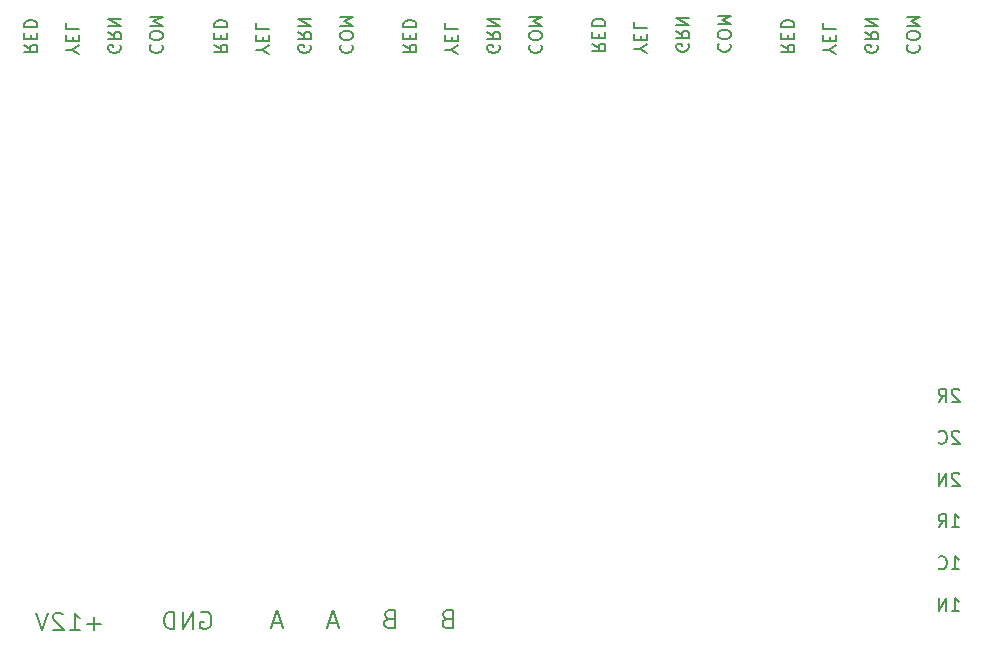
<source format=gbr>
%TF.GenerationSoftware,KiCad,Pcbnew,9.0.0*%
%TF.CreationDate,2025-03-26T17:15:45-07:00*%
%TF.ProjectId,SMRRC_SwitchAndSignal,534d5252-435f-4537-9769-746368416e64,n/c*%
%TF.SameCoordinates,Original*%
%TF.FileFunction,Legend,Bot*%
%TF.FilePolarity,Positive*%
%FSLAX46Y46*%
G04 Gerber Fmt 4.6, Leading zero omitted, Abs format (unit mm)*
G04 Created by KiCad (PCBNEW 9.0.0) date 2025-03-26 17:15:45*
%MOMM*%
%LPD*%
G01*
G04 APERTURE LIST*
%ADD10C,0.137500*%
%ADD11C,0.187500*%
G04 APERTURE END LIST*
D10*
X149672158Y-83919063D02*
X149619778Y-83971444D01*
X149619778Y-83971444D02*
X149567397Y-84128587D01*
X149567397Y-84128587D02*
X149567397Y-84233349D01*
X149567397Y-84233349D02*
X149619778Y-84390492D01*
X149619778Y-84390492D02*
X149724539Y-84495254D01*
X149724539Y-84495254D02*
X149829301Y-84547635D01*
X149829301Y-84547635D02*
X150038825Y-84600016D01*
X150038825Y-84600016D02*
X150195968Y-84600016D01*
X150195968Y-84600016D02*
X150405492Y-84547635D01*
X150405492Y-84547635D02*
X150510254Y-84495254D01*
X150510254Y-84495254D02*
X150615016Y-84390492D01*
X150615016Y-84390492D02*
X150667397Y-84233349D01*
X150667397Y-84233349D02*
X150667397Y-84128587D01*
X150667397Y-84128587D02*
X150615016Y-83971444D01*
X150615016Y-83971444D02*
X150562635Y-83919063D01*
X150667397Y-83238111D02*
X150667397Y-83028587D01*
X150667397Y-83028587D02*
X150615016Y-82923825D01*
X150615016Y-82923825D02*
X150510254Y-82819063D01*
X150510254Y-82819063D02*
X150300730Y-82766682D01*
X150300730Y-82766682D02*
X149934063Y-82766682D01*
X149934063Y-82766682D02*
X149724539Y-82819063D01*
X149724539Y-82819063D02*
X149619778Y-82923825D01*
X149619778Y-82923825D02*
X149567397Y-83028587D01*
X149567397Y-83028587D02*
X149567397Y-83238111D01*
X149567397Y-83238111D02*
X149619778Y-83342873D01*
X149619778Y-83342873D02*
X149724539Y-83447635D01*
X149724539Y-83447635D02*
X149934063Y-83500016D01*
X149934063Y-83500016D02*
X150300730Y-83500016D01*
X150300730Y-83500016D02*
X150510254Y-83447635D01*
X150510254Y-83447635D02*
X150615016Y-83342873D01*
X150615016Y-83342873D02*
X150667397Y-83238111D01*
X149567397Y-82295254D02*
X150667397Y-82295254D01*
X150667397Y-82295254D02*
X149881682Y-81928587D01*
X149881682Y-81928587D02*
X150667397Y-81561920D01*
X150667397Y-81561920D02*
X149567397Y-81561920D01*
X147073140Y-83971444D02*
X147125521Y-84076206D01*
X147125521Y-84076206D02*
X147125521Y-84233349D01*
X147125521Y-84233349D02*
X147073140Y-84390492D01*
X147073140Y-84390492D02*
X146968378Y-84495254D01*
X146968378Y-84495254D02*
X146863616Y-84547635D01*
X146863616Y-84547635D02*
X146654092Y-84600016D01*
X146654092Y-84600016D02*
X146496949Y-84600016D01*
X146496949Y-84600016D02*
X146287425Y-84547635D01*
X146287425Y-84547635D02*
X146182663Y-84495254D01*
X146182663Y-84495254D02*
X146077902Y-84390492D01*
X146077902Y-84390492D02*
X146025521Y-84233349D01*
X146025521Y-84233349D02*
X146025521Y-84128587D01*
X146025521Y-84128587D02*
X146077902Y-83971444D01*
X146077902Y-83971444D02*
X146130282Y-83919063D01*
X146130282Y-83919063D02*
X146496949Y-83919063D01*
X146496949Y-83919063D02*
X146496949Y-84128587D01*
X146025521Y-82819063D02*
X146549330Y-83185730D01*
X146025521Y-83447635D02*
X147125521Y-83447635D01*
X147125521Y-83447635D02*
X147125521Y-83028587D01*
X147125521Y-83028587D02*
X147073140Y-82923825D01*
X147073140Y-82923825D02*
X147020759Y-82871444D01*
X147020759Y-82871444D02*
X146915997Y-82819063D01*
X146915997Y-82819063D02*
X146758854Y-82819063D01*
X146758854Y-82819063D02*
X146654092Y-82871444D01*
X146654092Y-82871444D02*
X146601711Y-82923825D01*
X146601711Y-82923825D02*
X146549330Y-83028587D01*
X146549330Y-83028587D02*
X146549330Y-83447635D01*
X146025521Y-82347635D02*
X147125521Y-82347635D01*
X147125521Y-82347635D02*
X146025521Y-81719063D01*
X146025521Y-81719063D02*
X147125521Y-81719063D01*
X143007454Y-84338111D02*
X142483645Y-84338111D01*
X143583645Y-84704778D02*
X143007454Y-84338111D01*
X143007454Y-84338111D02*
X143583645Y-83971444D01*
X143059835Y-83604778D02*
X143059835Y-83238111D01*
X142483645Y-83080968D02*
X142483645Y-83604778D01*
X142483645Y-83604778D02*
X143583645Y-83604778D01*
X143583645Y-83604778D02*
X143583645Y-83080968D01*
X142483645Y-82085730D02*
X142483645Y-82609540D01*
X142483645Y-82609540D02*
X143583645Y-82609540D01*
X138941769Y-83919063D02*
X139465578Y-84285730D01*
X138941769Y-84547635D02*
X140041769Y-84547635D01*
X140041769Y-84547635D02*
X140041769Y-84128587D01*
X140041769Y-84128587D02*
X139989388Y-84023825D01*
X139989388Y-84023825D02*
X139937007Y-83971444D01*
X139937007Y-83971444D02*
X139832245Y-83919063D01*
X139832245Y-83919063D02*
X139675102Y-83919063D01*
X139675102Y-83919063D02*
X139570340Y-83971444D01*
X139570340Y-83971444D02*
X139517959Y-84023825D01*
X139517959Y-84023825D02*
X139465578Y-84128587D01*
X139465578Y-84128587D02*
X139465578Y-84547635D01*
X139517959Y-83447635D02*
X139517959Y-83080968D01*
X138941769Y-82923825D02*
X138941769Y-83447635D01*
X138941769Y-83447635D02*
X140041769Y-83447635D01*
X140041769Y-83447635D02*
X140041769Y-82923825D01*
X138941769Y-82452397D02*
X140041769Y-82452397D01*
X140041769Y-82452397D02*
X140041769Y-82190492D01*
X140041769Y-82190492D02*
X139989388Y-82033349D01*
X139989388Y-82033349D02*
X139884626Y-81928587D01*
X139884626Y-81928587D02*
X139779864Y-81876206D01*
X139779864Y-81876206D02*
X139570340Y-81823825D01*
X139570340Y-81823825D02*
X139413197Y-81823825D01*
X139413197Y-81823825D02*
X139203673Y-81876206D01*
X139203673Y-81876206D02*
X139098911Y-81928587D01*
X139098911Y-81928587D02*
X138994150Y-82033349D01*
X138994150Y-82033349D02*
X138941769Y-82190492D01*
X138941769Y-82190492D02*
X138941769Y-82452397D01*
X133672158Y-83819063D02*
X133619778Y-83871444D01*
X133619778Y-83871444D02*
X133567397Y-84028587D01*
X133567397Y-84028587D02*
X133567397Y-84133349D01*
X133567397Y-84133349D02*
X133619778Y-84290492D01*
X133619778Y-84290492D02*
X133724539Y-84395254D01*
X133724539Y-84395254D02*
X133829301Y-84447635D01*
X133829301Y-84447635D02*
X134038825Y-84500016D01*
X134038825Y-84500016D02*
X134195968Y-84500016D01*
X134195968Y-84500016D02*
X134405492Y-84447635D01*
X134405492Y-84447635D02*
X134510254Y-84395254D01*
X134510254Y-84395254D02*
X134615016Y-84290492D01*
X134615016Y-84290492D02*
X134667397Y-84133349D01*
X134667397Y-84133349D02*
X134667397Y-84028587D01*
X134667397Y-84028587D02*
X134615016Y-83871444D01*
X134615016Y-83871444D02*
X134562635Y-83819063D01*
X134667397Y-83138111D02*
X134667397Y-82928587D01*
X134667397Y-82928587D02*
X134615016Y-82823825D01*
X134615016Y-82823825D02*
X134510254Y-82719063D01*
X134510254Y-82719063D02*
X134300730Y-82666682D01*
X134300730Y-82666682D02*
X133934063Y-82666682D01*
X133934063Y-82666682D02*
X133724539Y-82719063D01*
X133724539Y-82719063D02*
X133619778Y-82823825D01*
X133619778Y-82823825D02*
X133567397Y-82928587D01*
X133567397Y-82928587D02*
X133567397Y-83138111D01*
X133567397Y-83138111D02*
X133619778Y-83242873D01*
X133619778Y-83242873D02*
X133724539Y-83347635D01*
X133724539Y-83347635D02*
X133934063Y-83400016D01*
X133934063Y-83400016D02*
X134300730Y-83400016D01*
X134300730Y-83400016D02*
X134510254Y-83347635D01*
X134510254Y-83347635D02*
X134615016Y-83242873D01*
X134615016Y-83242873D02*
X134667397Y-83138111D01*
X133567397Y-82195254D02*
X134667397Y-82195254D01*
X134667397Y-82195254D02*
X133881682Y-81828587D01*
X133881682Y-81828587D02*
X134667397Y-81461920D01*
X134667397Y-81461920D02*
X133567397Y-81461920D01*
X131073140Y-83871444D02*
X131125521Y-83976206D01*
X131125521Y-83976206D02*
X131125521Y-84133349D01*
X131125521Y-84133349D02*
X131073140Y-84290492D01*
X131073140Y-84290492D02*
X130968378Y-84395254D01*
X130968378Y-84395254D02*
X130863616Y-84447635D01*
X130863616Y-84447635D02*
X130654092Y-84500016D01*
X130654092Y-84500016D02*
X130496949Y-84500016D01*
X130496949Y-84500016D02*
X130287425Y-84447635D01*
X130287425Y-84447635D02*
X130182663Y-84395254D01*
X130182663Y-84395254D02*
X130077902Y-84290492D01*
X130077902Y-84290492D02*
X130025521Y-84133349D01*
X130025521Y-84133349D02*
X130025521Y-84028587D01*
X130025521Y-84028587D02*
X130077902Y-83871444D01*
X130077902Y-83871444D02*
X130130282Y-83819063D01*
X130130282Y-83819063D02*
X130496949Y-83819063D01*
X130496949Y-83819063D02*
X130496949Y-84028587D01*
X130025521Y-82719063D02*
X130549330Y-83085730D01*
X130025521Y-83347635D02*
X131125521Y-83347635D01*
X131125521Y-83347635D02*
X131125521Y-82928587D01*
X131125521Y-82928587D02*
X131073140Y-82823825D01*
X131073140Y-82823825D02*
X131020759Y-82771444D01*
X131020759Y-82771444D02*
X130915997Y-82719063D01*
X130915997Y-82719063D02*
X130758854Y-82719063D01*
X130758854Y-82719063D02*
X130654092Y-82771444D01*
X130654092Y-82771444D02*
X130601711Y-82823825D01*
X130601711Y-82823825D02*
X130549330Y-82928587D01*
X130549330Y-82928587D02*
X130549330Y-83347635D01*
X130025521Y-82247635D02*
X131125521Y-82247635D01*
X131125521Y-82247635D02*
X130025521Y-81619063D01*
X130025521Y-81619063D02*
X131125521Y-81619063D01*
X127007454Y-84238111D02*
X126483645Y-84238111D01*
X127583645Y-84604778D02*
X127007454Y-84238111D01*
X127007454Y-84238111D02*
X127583645Y-83871444D01*
X127059835Y-83504778D02*
X127059835Y-83138111D01*
X126483645Y-82980968D02*
X126483645Y-83504778D01*
X126483645Y-83504778D02*
X127583645Y-83504778D01*
X127583645Y-83504778D02*
X127583645Y-82980968D01*
X126483645Y-81985730D02*
X126483645Y-82509540D01*
X126483645Y-82509540D02*
X127583645Y-82509540D01*
X122941769Y-83819063D02*
X123465578Y-84185730D01*
X122941769Y-84447635D02*
X124041769Y-84447635D01*
X124041769Y-84447635D02*
X124041769Y-84028587D01*
X124041769Y-84028587D02*
X123989388Y-83923825D01*
X123989388Y-83923825D02*
X123937007Y-83871444D01*
X123937007Y-83871444D02*
X123832245Y-83819063D01*
X123832245Y-83819063D02*
X123675102Y-83819063D01*
X123675102Y-83819063D02*
X123570340Y-83871444D01*
X123570340Y-83871444D02*
X123517959Y-83923825D01*
X123517959Y-83923825D02*
X123465578Y-84028587D01*
X123465578Y-84028587D02*
X123465578Y-84447635D01*
X123517959Y-83347635D02*
X123517959Y-82980968D01*
X122941769Y-82823825D02*
X122941769Y-83347635D01*
X122941769Y-83347635D02*
X124041769Y-83347635D01*
X124041769Y-83347635D02*
X124041769Y-82823825D01*
X122941769Y-82352397D02*
X124041769Y-82352397D01*
X124041769Y-82352397D02*
X124041769Y-82090492D01*
X124041769Y-82090492D02*
X123989388Y-81933349D01*
X123989388Y-81933349D02*
X123884626Y-81828587D01*
X123884626Y-81828587D02*
X123779864Y-81776206D01*
X123779864Y-81776206D02*
X123570340Y-81723825D01*
X123570340Y-81723825D02*
X123413197Y-81723825D01*
X123413197Y-81723825D02*
X123203673Y-81776206D01*
X123203673Y-81776206D02*
X123098911Y-81828587D01*
X123098911Y-81828587D02*
X122994150Y-81933349D01*
X122994150Y-81933349D02*
X122941769Y-82090492D01*
X122941769Y-82090492D02*
X122941769Y-82352397D01*
X117672158Y-83919063D02*
X117619778Y-83971444D01*
X117619778Y-83971444D02*
X117567397Y-84128587D01*
X117567397Y-84128587D02*
X117567397Y-84233349D01*
X117567397Y-84233349D02*
X117619778Y-84390492D01*
X117619778Y-84390492D02*
X117724539Y-84495254D01*
X117724539Y-84495254D02*
X117829301Y-84547635D01*
X117829301Y-84547635D02*
X118038825Y-84600016D01*
X118038825Y-84600016D02*
X118195968Y-84600016D01*
X118195968Y-84600016D02*
X118405492Y-84547635D01*
X118405492Y-84547635D02*
X118510254Y-84495254D01*
X118510254Y-84495254D02*
X118615016Y-84390492D01*
X118615016Y-84390492D02*
X118667397Y-84233349D01*
X118667397Y-84233349D02*
X118667397Y-84128587D01*
X118667397Y-84128587D02*
X118615016Y-83971444D01*
X118615016Y-83971444D02*
X118562635Y-83919063D01*
X118667397Y-83238111D02*
X118667397Y-83028587D01*
X118667397Y-83028587D02*
X118615016Y-82923825D01*
X118615016Y-82923825D02*
X118510254Y-82819063D01*
X118510254Y-82819063D02*
X118300730Y-82766682D01*
X118300730Y-82766682D02*
X117934063Y-82766682D01*
X117934063Y-82766682D02*
X117724539Y-82819063D01*
X117724539Y-82819063D02*
X117619778Y-82923825D01*
X117619778Y-82923825D02*
X117567397Y-83028587D01*
X117567397Y-83028587D02*
X117567397Y-83238111D01*
X117567397Y-83238111D02*
X117619778Y-83342873D01*
X117619778Y-83342873D02*
X117724539Y-83447635D01*
X117724539Y-83447635D02*
X117934063Y-83500016D01*
X117934063Y-83500016D02*
X118300730Y-83500016D01*
X118300730Y-83500016D02*
X118510254Y-83447635D01*
X118510254Y-83447635D02*
X118615016Y-83342873D01*
X118615016Y-83342873D02*
X118667397Y-83238111D01*
X117567397Y-82295254D02*
X118667397Y-82295254D01*
X118667397Y-82295254D02*
X117881682Y-81928587D01*
X117881682Y-81928587D02*
X118667397Y-81561920D01*
X118667397Y-81561920D02*
X117567397Y-81561920D01*
X115073140Y-83971444D02*
X115125521Y-84076206D01*
X115125521Y-84076206D02*
X115125521Y-84233349D01*
X115125521Y-84233349D02*
X115073140Y-84390492D01*
X115073140Y-84390492D02*
X114968378Y-84495254D01*
X114968378Y-84495254D02*
X114863616Y-84547635D01*
X114863616Y-84547635D02*
X114654092Y-84600016D01*
X114654092Y-84600016D02*
X114496949Y-84600016D01*
X114496949Y-84600016D02*
X114287425Y-84547635D01*
X114287425Y-84547635D02*
X114182663Y-84495254D01*
X114182663Y-84495254D02*
X114077902Y-84390492D01*
X114077902Y-84390492D02*
X114025521Y-84233349D01*
X114025521Y-84233349D02*
X114025521Y-84128587D01*
X114025521Y-84128587D02*
X114077902Y-83971444D01*
X114077902Y-83971444D02*
X114130282Y-83919063D01*
X114130282Y-83919063D02*
X114496949Y-83919063D01*
X114496949Y-83919063D02*
X114496949Y-84128587D01*
X114025521Y-82819063D02*
X114549330Y-83185730D01*
X114025521Y-83447635D02*
X115125521Y-83447635D01*
X115125521Y-83447635D02*
X115125521Y-83028587D01*
X115125521Y-83028587D02*
X115073140Y-82923825D01*
X115073140Y-82923825D02*
X115020759Y-82871444D01*
X115020759Y-82871444D02*
X114915997Y-82819063D01*
X114915997Y-82819063D02*
X114758854Y-82819063D01*
X114758854Y-82819063D02*
X114654092Y-82871444D01*
X114654092Y-82871444D02*
X114601711Y-82923825D01*
X114601711Y-82923825D02*
X114549330Y-83028587D01*
X114549330Y-83028587D02*
X114549330Y-83447635D01*
X114025521Y-82347635D02*
X115125521Y-82347635D01*
X115125521Y-82347635D02*
X114025521Y-81719063D01*
X114025521Y-81719063D02*
X115125521Y-81719063D01*
X111007454Y-84338111D02*
X110483645Y-84338111D01*
X111583645Y-84704778D02*
X111007454Y-84338111D01*
X111007454Y-84338111D02*
X111583645Y-83971444D01*
X111059835Y-83604778D02*
X111059835Y-83238111D01*
X110483645Y-83080968D02*
X110483645Y-83604778D01*
X110483645Y-83604778D02*
X111583645Y-83604778D01*
X111583645Y-83604778D02*
X111583645Y-83080968D01*
X110483645Y-82085730D02*
X110483645Y-82609540D01*
X110483645Y-82609540D02*
X111583645Y-82609540D01*
X106941769Y-83919063D02*
X107465578Y-84285730D01*
X106941769Y-84547635D02*
X108041769Y-84547635D01*
X108041769Y-84547635D02*
X108041769Y-84128587D01*
X108041769Y-84128587D02*
X107989388Y-84023825D01*
X107989388Y-84023825D02*
X107937007Y-83971444D01*
X107937007Y-83971444D02*
X107832245Y-83919063D01*
X107832245Y-83919063D02*
X107675102Y-83919063D01*
X107675102Y-83919063D02*
X107570340Y-83971444D01*
X107570340Y-83971444D02*
X107517959Y-84023825D01*
X107517959Y-84023825D02*
X107465578Y-84128587D01*
X107465578Y-84128587D02*
X107465578Y-84547635D01*
X107517959Y-83447635D02*
X107517959Y-83080968D01*
X106941769Y-82923825D02*
X106941769Y-83447635D01*
X106941769Y-83447635D02*
X108041769Y-83447635D01*
X108041769Y-83447635D02*
X108041769Y-82923825D01*
X106941769Y-82452397D02*
X108041769Y-82452397D01*
X108041769Y-82452397D02*
X108041769Y-82190492D01*
X108041769Y-82190492D02*
X107989388Y-82033349D01*
X107989388Y-82033349D02*
X107884626Y-81928587D01*
X107884626Y-81928587D02*
X107779864Y-81876206D01*
X107779864Y-81876206D02*
X107570340Y-81823825D01*
X107570340Y-81823825D02*
X107413197Y-81823825D01*
X107413197Y-81823825D02*
X107203673Y-81876206D01*
X107203673Y-81876206D02*
X107098911Y-81928587D01*
X107098911Y-81928587D02*
X106994150Y-82033349D01*
X106994150Y-82033349D02*
X106941769Y-82190492D01*
X106941769Y-82190492D02*
X106941769Y-82452397D01*
X101672158Y-83919063D02*
X101619778Y-83971444D01*
X101619778Y-83971444D02*
X101567397Y-84128587D01*
X101567397Y-84128587D02*
X101567397Y-84233349D01*
X101567397Y-84233349D02*
X101619778Y-84390492D01*
X101619778Y-84390492D02*
X101724539Y-84495254D01*
X101724539Y-84495254D02*
X101829301Y-84547635D01*
X101829301Y-84547635D02*
X102038825Y-84600016D01*
X102038825Y-84600016D02*
X102195968Y-84600016D01*
X102195968Y-84600016D02*
X102405492Y-84547635D01*
X102405492Y-84547635D02*
X102510254Y-84495254D01*
X102510254Y-84495254D02*
X102615016Y-84390492D01*
X102615016Y-84390492D02*
X102667397Y-84233349D01*
X102667397Y-84233349D02*
X102667397Y-84128587D01*
X102667397Y-84128587D02*
X102615016Y-83971444D01*
X102615016Y-83971444D02*
X102562635Y-83919063D01*
X102667397Y-83238111D02*
X102667397Y-83028587D01*
X102667397Y-83028587D02*
X102615016Y-82923825D01*
X102615016Y-82923825D02*
X102510254Y-82819063D01*
X102510254Y-82819063D02*
X102300730Y-82766682D01*
X102300730Y-82766682D02*
X101934063Y-82766682D01*
X101934063Y-82766682D02*
X101724539Y-82819063D01*
X101724539Y-82819063D02*
X101619778Y-82923825D01*
X101619778Y-82923825D02*
X101567397Y-83028587D01*
X101567397Y-83028587D02*
X101567397Y-83238111D01*
X101567397Y-83238111D02*
X101619778Y-83342873D01*
X101619778Y-83342873D02*
X101724539Y-83447635D01*
X101724539Y-83447635D02*
X101934063Y-83500016D01*
X101934063Y-83500016D02*
X102300730Y-83500016D01*
X102300730Y-83500016D02*
X102510254Y-83447635D01*
X102510254Y-83447635D02*
X102615016Y-83342873D01*
X102615016Y-83342873D02*
X102667397Y-83238111D01*
X101567397Y-82295254D02*
X102667397Y-82295254D01*
X102667397Y-82295254D02*
X101881682Y-81928587D01*
X101881682Y-81928587D02*
X102667397Y-81561920D01*
X102667397Y-81561920D02*
X101567397Y-81561920D01*
X99073140Y-83971444D02*
X99125521Y-84076206D01*
X99125521Y-84076206D02*
X99125521Y-84233349D01*
X99125521Y-84233349D02*
X99073140Y-84390492D01*
X99073140Y-84390492D02*
X98968378Y-84495254D01*
X98968378Y-84495254D02*
X98863616Y-84547635D01*
X98863616Y-84547635D02*
X98654092Y-84600016D01*
X98654092Y-84600016D02*
X98496949Y-84600016D01*
X98496949Y-84600016D02*
X98287425Y-84547635D01*
X98287425Y-84547635D02*
X98182663Y-84495254D01*
X98182663Y-84495254D02*
X98077902Y-84390492D01*
X98077902Y-84390492D02*
X98025521Y-84233349D01*
X98025521Y-84233349D02*
X98025521Y-84128587D01*
X98025521Y-84128587D02*
X98077902Y-83971444D01*
X98077902Y-83971444D02*
X98130282Y-83919063D01*
X98130282Y-83919063D02*
X98496949Y-83919063D01*
X98496949Y-83919063D02*
X98496949Y-84128587D01*
X98025521Y-82819063D02*
X98549330Y-83185730D01*
X98025521Y-83447635D02*
X99125521Y-83447635D01*
X99125521Y-83447635D02*
X99125521Y-83028587D01*
X99125521Y-83028587D02*
X99073140Y-82923825D01*
X99073140Y-82923825D02*
X99020759Y-82871444D01*
X99020759Y-82871444D02*
X98915997Y-82819063D01*
X98915997Y-82819063D02*
X98758854Y-82819063D01*
X98758854Y-82819063D02*
X98654092Y-82871444D01*
X98654092Y-82871444D02*
X98601711Y-82923825D01*
X98601711Y-82923825D02*
X98549330Y-83028587D01*
X98549330Y-83028587D02*
X98549330Y-83447635D01*
X98025521Y-82347635D02*
X99125521Y-82347635D01*
X99125521Y-82347635D02*
X98025521Y-81719063D01*
X98025521Y-81719063D02*
X99125521Y-81719063D01*
X95007454Y-84338111D02*
X94483645Y-84338111D01*
X95583645Y-84704778D02*
X95007454Y-84338111D01*
X95007454Y-84338111D02*
X95583645Y-83971444D01*
X95059835Y-83604778D02*
X95059835Y-83238111D01*
X94483645Y-83080968D02*
X94483645Y-83604778D01*
X94483645Y-83604778D02*
X95583645Y-83604778D01*
X95583645Y-83604778D02*
X95583645Y-83080968D01*
X94483645Y-82085730D02*
X94483645Y-82609540D01*
X94483645Y-82609540D02*
X95583645Y-82609540D01*
X90941769Y-83919063D02*
X91465578Y-84285730D01*
X90941769Y-84547635D02*
X92041769Y-84547635D01*
X92041769Y-84547635D02*
X92041769Y-84128587D01*
X92041769Y-84128587D02*
X91989388Y-84023825D01*
X91989388Y-84023825D02*
X91937007Y-83971444D01*
X91937007Y-83971444D02*
X91832245Y-83919063D01*
X91832245Y-83919063D02*
X91675102Y-83919063D01*
X91675102Y-83919063D02*
X91570340Y-83971444D01*
X91570340Y-83971444D02*
X91517959Y-84023825D01*
X91517959Y-84023825D02*
X91465578Y-84128587D01*
X91465578Y-84128587D02*
X91465578Y-84547635D01*
X91517959Y-83447635D02*
X91517959Y-83080968D01*
X90941769Y-82923825D02*
X90941769Y-83447635D01*
X90941769Y-83447635D02*
X92041769Y-83447635D01*
X92041769Y-83447635D02*
X92041769Y-82923825D01*
X90941769Y-82452397D02*
X92041769Y-82452397D01*
X92041769Y-82452397D02*
X92041769Y-82190492D01*
X92041769Y-82190492D02*
X91989388Y-82033349D01*
X91989388Y-82033349D02*
X91884626Y-81928587D01*
X91884626Y-81928587D02*
X91779864Y-81876206D01*
X91779864Y-81876206D02*
X91570340Y-81823825D01*
X91570340Y-81823825D02*
X91413197Y-81823825D01*
X91413197Y-81823825D02*
X91203673Y-81876206D01*
X91203673Y-81876206D02*
X91098911Y-81928587D01*
X91098911Y-81928587D02*
X90994150Y-82033349D01*
X90994150Y-82033349D02*
X90941769Y-82190492D01*
X90941769Y-82190492D02*
X90941769Y-82452397D01*
X85572158Y-83919063D02*
X85519778Y-83971444D01*
X85519778Y-83971444D02*
X85467397Y-84128587D01*
X85467397Y-84128587D02*
X85467397Y-84233349D01*
X85467397Y-84233349D02*
X85519778Y-84390492D01*
X85519778Y-84390492D02*
X85624539Y-84495254D01*
X85624539Y-84495254D02*
X85729301Y-84547635D01*
X85729301Y-84547635D02*
X85938825Y-84600016D01*
X85938825Y-84600016D02*
X86095968Y-84600016D01*
X86095968Y-84600016D02*
X86305492Y-84547635D01*
X86305492Y-84547635D02*
X86410254Y-84495254D01*
X86410254Y-84495254D02*
X86515016Y-84390492D01*
X86515016Y-84390492D02*
X86567397Y-84233349D01*
X86567397Y-84233349D02*
X86567397Y-84128587D01*
X86567397Y-84128587D02*
X86515016Y-83971444D01*
X86515016Y-83971444D02*
X86462635Y-83919063D01*
X86567397Y-83238111D02*
X86567397Y-83028587D01*
X86567397Y-83028587D02*
X86515016Y-82923825D01*
X86515016Y-82923825D02*
X86410254Y-82819063D01*
X86410254Y-82819063D02*
X86200730Y-82766682D01*
X86200730Y-82766682D02*
X85834063Y-82766682D01*
X85834063Y-82766682D02*
X85624539Y-82819063D01*
X85624539Y-82819063D02*
X85519778Y-82923825D01*
X85519778Y-82923825D02*
X85467397Y-83028587D01*
X85467397Y-83028587D02*
X85467397Y-83238111D01*
X85467397Y-83238111D02*
X85519778Y-83342873D01*
X85519778Y-83342873D02*
X85624539Y-83447635D01*
X85624539Y-83447635D02*
X85834063Y-83500016D01*
X85834063Y-83500016D02*
X86200730Y-83500016D01*
X86200730Y-83500016D02*
X86410254Y-83447635D01*
X86410254Y-83447635D02*
X86515016Y-83342873D01*
X86515016Y-83342873D02*
X86567397Y-83238111D01*
X85467397Y-82295254D02*
X86567397Y-82295254D01*
X86567397Y-82295254D02*
X85781682Y-81928587D01*
X85781682Y-81928587D02*
X86567397Y-81561920D01*
X86567397Y-81561920D02*
X85467397Y-81561920D01*
X82973140Y-83971444D02*
X83025521Y-84076206D01*
X83025521Y-84076206D02*
X83025521Y-84233349D01*
X83025521Y-84233349D02*
X82973140Y-84390492D01*
X82973140Y-84390492D02*
X82868378Y-84495254D01*
X82868378Y-84495254D02*
X82763616Y-84547635D01*
X82763616Y-84547635D02*
X82554092Y-84600016D01*
X82554092Y-84600016D02*
X82396949Y-84600016D01*
X82396949Y-84600016D02*
X82187425Y-84547635D01*
X82187425Y-84547635D02*
X82082663Y-84495254D01*
X82082663Y-84495254D02*
X81977902Y-84390492D01*
X81977902Y-84390492D02*
X81925521Y-84233349D01*
X81925521Y-84233349D02*
X81925521Y-84128587D01*
X81925521Y-84128587D02*
X81977902Y-83971444D01*
X81977902Y-83971444D02*
X82030282Y-83919063D01*
X82030282Y-83919063D02*
X82396949Y-83919063D01*
X82396949Y-83919063D02*
X82396949Y-84128587D01*
X81925521Y-82819063D02*
X82449330Y-83185730D01*
X81925521Y-83447635D02*
X83025521Y-83447635D01*
X83025521Y-83447635D02*
X83025521Y-83028587D01*
X83025521Y-83028587D02*
X82973140Y-82923825D01*
X82973140Y-82923825D02*
X82920759Y-82871444D01*
X82920759Y-82871444D02*
X82815997Y-82819063D01*
X82815997Y-82819063D02*
X82658854Y-82819063D01*
X82658854Y-82819063D02*
X82554092Y-82871444D01*
X82554092Y-82871444D02*
X82501711Y-82923825D01*
X82501711Y-82923825D02*
X82449330Y-83028587D01*
X82449330Y-83028587D02*
X82449330Y-83447635D01*
X81925521Y-82347635D02*
X83025521Y-82347635D01*
X83025521Y-82347635D02*
X81925521Y-81719063D01*
X81925521Y-81719063D02*
X83025521Y-81719063D01*
X78907454Y-84338111D02*
X78383645Y-84338111D01*
X79483645Y-84704778D02*
X78907454Y-84338111D01*
X78907454Y-84338111D02*
X79483645Y-83971444D01*
X78959835Y-83604778D02*
X78959835Y-83238111D01*
X78383645Y-83080968D02*
X78383645Y-83604778D01*
X78383645Y-83604778D02*
X79483645Y-83604778D01*
X79483645Y-83604778D02*
X79483645Y-83080968D01*
X78383645Y-82085730D02*
X78383645Y-82609540D01*
X78383645Y-82609540D02*
X79483645Y-82609540D01*
X74841769Y-83919063D02*
X75365578Y-84285730D01*
X74841769Y-84547635D02*
X75941769Y-84547635D01*
X75941769Y-84547635D02*
X75941769Y-84128587D01*
X75941769Y-84128587D02*
X75889388Y-84023825D01*
X75889388Y-84023825D02*
X75837007Y-83971444D01*
X75837007Y-83971444D02*
X75732245Y-83919063D01*
X75732245Y-83919063D02*
X75575102Y-83919063D01*
X75575102Y-83919063D02*
X75470340Y-83971444D01*
X75470340Y-83971444D02*
X75417959Y-84023825D01*
X75417959Y-84023825D02*
X75365578Y-84128587D01*
X75365578Y-84128587D02*
X75365578Y-84547635D01*
X75417959Y-83447635D02*
X75417959Y-83080968D01*
X74841769Y-82923825D02*
X74841769Y-83447635D01*
X74841769Y-83447635D02*
X75941769Y-83447635D01*
X75941769Y-83447635D02*
X75941769Y-82923825D01*
X74841769Y-82452397D02*
X75941769Y-82452397D01*
X75941769Y-82452397D02*
X75941769Y-82190492D01*
X75941769Y-82190492D02*
X75889388Y-82033349D01*
X75889388Y-82033349D02*
X75784626Y-81928587D01*
X75784626Y-81928587D02*
X75679864Y-81876206D01*
X75679864Y-81876206D02*
X75470340Y-81823825D01*
X75470340Y-81823825D02*
X75313197Y-81823825D01*
X75313197Y-81823825D02*
X75103673Y-81876206D01*
X75103673Y-81876206D02*
X74998911Y-81928587D01*
X74998911Y-81928587D02*
X74894150Y-82033349D01*
X74894150Y-82033349D02*
X74841769Y-82190492D01*
X74841769Y-82190492D02*
X74841769Y-82452397D01*
X154000016Y-113153612D02*
X153947635Y-113101231D01*
X153947635Y-113101231D02*
X153842873Y-113048850D01*
X153842873Y-113048850D02*
X153580968Y-113048850D01*
X153580968Y-113048850D02*
X153476206Y-113101231D01*
X153476206Y-113101231D02*
X153423825Y-113153612D01*
X153423825Y-113153612D02*
X153371444Y-113258374D01*
X153371444Y-113258374D02*
X153371444Y-113363136D01*
X153371444Y-113363136D02*
X153423825Y-113520279D01*
X153423825Y-113520279D02*
X154052397Y-114148850D01*
X154052397Y-114148850D02*
X153371444Y-114148850D01*
X152271444Y-114148850D02*
X152638111Y-113625041D01*
X152900016Y-114148850D02*
X152900016Y-113048850D01*
X152900016Y-113048850D02*
X152480968Y-113048850D01*
X152480968Y-113048850D02*
X152376206Y-113101231D01*
X152376206Y-113101231D02*
X152323825Y-113153612D01*
X152323825Y-113153612D02*
X152271444Y-113258374D01*
X152271444Y-113258374D02*
X152271444Y-113415517D01*
X152271444Y-113415517D02*
X152323825Y-113520279D01*
X152323825Y-113520279D02*
X152376206Y-113572660D01*
X152376206Y-113572660D02*
X152480968Y-113625041D01*
X152480968Y-113625041D02*
X152900016Y-113625041D01*
X154000016Y-116695488D02*
X153947635Y-116643107D01*
X153947635Y-116643107D02*
X153842873Y-116590726D01*
X153842873Y-116590726D02*
X153580968Y-116590726D01*
X153580968Y-116590726D02*
X153476206Y-116643107D01*
X153476206Y-116643107D02*
X153423825Y-116695488D01*
X153423825Y-116695488D02*
X153371444Y-116800250D01*
X153371444Y-116800250D02*
X153371444Y-116905012D01*
X153371444Y-116905012D02*
X153423825Y-117062155D01*
X153423825Y-117062155D02*
X154052397Y-117690726D01*
X154052397Y-117690726D02*
X153371444Y-117690726D01*
X152271444Y-117585965D02*
X152323825Y-117638346D01*
X152323825Y-117638346D02*
X152480968Y-117690726D01*
X152480968Y-117690726D02*
X152585730Y-117690726D01*
X152585730Y-117690726D02*
X152742873Y-117638346D01*
X152742873Y-117638346D02*
X152847635Y-117533584D01*
X152847635Y-117533584D02*
X152900016Y-117428822D01*
X152900016Y-117428822D02*
X152952397Y-117219298D01*
X152952397Y-117219298D02*
X152952397Y-117062155D01*
X152952397Y-117062155D02*
X152900016Y-116852631D01*
X152900016Y-116852631D02*
X152847635Y-116747869D01*
X152847635Y-116747869D02*
X152742873Y-116643107D01*
X152742873Y-116643107D02*
X152585730Y-116590726D01*
X152585730Y-116590726D02*
X152480968Y-116590726D01*
X152480968Y-116590726D02*
X152323825Y-116643107D01*
X152323825Y-116643107D02*
X152271444Y-116695488D01*
X154000016Y-120237364D02*
X153947635Y-120184983D01*
X153947635Y-120184983D02*
X153842873Y-120132602D01*
X153842873Y-120132602D02*
X153580968Y-120132602D01*
X153580968Y-120132602D02*
X153476206Y-120184983D01*
X153476206Y-120184983D02*
X153423825Y-120237364D01*
X153423825Y-120237364D02*
X153371444Y-120342126D01*
X153371444Y-120342126D02*
X153371444Y-120446888D01*
X153371444Y-120446888D02*
X153423825Y-120604031D01*
X153423825Y-120604031D02*
X154052397Y-121232602D01*
X154052397Y-121232602D02*
X153371444Y-121232602D01*
X152900016Y-121232602D02*
X152900016Y-120132602D01*
X152900016Y-120132602D02*
X152271444Y-121232602D01*
X152271444Y-121232602D02*
X152271444Y-120132602D01*
X153371444Y-124774478D02*
X154000016Y-124774478D01*
X153685730Y-124774478D02*
X153685730Y-123674478D01*
X153685730Y-123674478D02*
X153790492Y-123831621D01*
X153790492Y-123831621D02*
X153895254Y-123936383D01*
X153895254Y-123936383D02*
X154000016Y-123988764D01*
X152271444Y-124774478D02*
X152638111Y-124250669D01*
X152900016Y-124774478D02*
X152900016Y-123674478D01*
X152900016Y-123674478D02*
X152480968Y-123674478D01*
X152480968Y-123674478D02*
X152376206Y-123726859D01*
X152376206Y-123726859D02*
X152323825Y-123779240D01*
X152323825Y-123779240D02*
X152271444Y-123884002D01*
X152271444Y-123884002D02*
X152271444Y-124041145D01*
X152271444Y-124041145D02*
X152323825Y-124145907D01*
X152323825Y-124145907D02*
X152376206Y-124198288D01*
X152376206Y-124198288D02*
X152480968Y-124250669D01*
X152480968Y-124250669D02*
X152900016Y-124250669D01*
X153371444Y-128316354D02*
X154000016Y-128316354D01*
X153685730Y-128316354D02*
X153685730Y-127216354D01*
X153685730Y-127216354D02*
X153790492Y-127373497D01*
X153790492Y-127373497D02*
X153895254Y-127478259D01*
X153895254Y-127478259D02*
X154000016Y-127530640D01*
X152271444Y-128211593D02*
X152323825Y-128263974D01*
X152323825Y-128263974D02*
X152480968Y-128316354D01*
X152480968Y-128316354D02*
X152585730Y-128316354D01*
X152585730Y-128316354D02*
X152742873Y-128263974D01*
X152742873Y-128263974D02*
X152847635Y-128159212D01*
X152847635Y-128159212D02*
X152900016Y-128054450D01*
X152900016Y-128054450D02*
X152952397Y-127844926D01*
X152952397Y-127844926D02*
X152952397Y-127687783D01*
X152952397Y-127687783D02*
X152900016Y-127478259D01*
X152900016Y-127478259D02*
X152847635Y-127373497D01*
X152847635Y-127373497D02*
X152742873Y-127268735D01*
X152742873Y-127268735D02*
X152585730Y-127216354D01*
X152585730Y-127216354D02*
X152480968Y-127216354D01*
X152480968Y-127216354D02*
X152323825Y-127268735D01*
X152323825Y-127268735D02*
X152271444Y-127321116D01*
X153371444Y-131858230D02*
X154000016Y-131858230D01*
X153685730Y-131858230D02*
X153685730Y-130758230D01*
X153685730Y-130758230D02*
X153790492Y-130915373D01*
X153790492Y-130915373D02*
X153895254Y-131020135D01*
X153895254Y-131020135D02*
X154000016Y-131072516D01*
X152900016Y-131858230D02*
X152900016Y-130758230D01*
X152900016Y-130758230D02*
X152271444Y-131858230D01*
X152271444Y-131858230D02*
X152271444Y-130758230D01*
D11*
X110619502Y-132520964D02*
X110405216Y-132592392D01*
X110405216Y-132592392D02*
X110333787Y-132663821D01*
X110333787Y-132663821D02*
X110262359Y-132806678D01*
X110262359Y-132806678D02*
X110262359Y-133020964D01*
X110262359Y-133020964D02*
X110333787Y-133163821D01*
X110333787Y-133163821D02*
X110405216Y-133235250D01*
X110405216Y-133235250D02*
X110548073Y-133306678D01*
X110548073Y-133306678D02*
X111119502Y-133306678D01*
X111119502Y-133306678D02*
X111119502Y-131806678D01*
X111119502Y-131806678D02*
X110619502Y-131806678D01*
X110619502Y-131806678D02*
X110476645Y-131878107D01*
X110476645Y-131878107D02*
X110405216Y-131949535D01*
X110405216Y-131949535D02*
X110333787Y-132092392D01*
X110333787Y-132092392D02*
X110333787Y-132235250D01*
X110333787Y-132235250D02*
X110405216Y-132378107D01*
X110405216Y-132378107D02*
X110476645Y-132449535D01*
X110476645Y-132449535D02*
X110619502Y-132520964D01*
X110619502Y-132520964D02*
X111119502Y-132520964D01*
X105690931Y-132520964D02*
X105476645Y-132592392D01*
X105476645Y-132592392D02*
X105405216Y-132663821D01*
X105405216Y-132663821D02*
X105333788Y-132806678D01*
X105333788Y-132806678D02*
X105333788Y-133020964D01*
X105333788Y-133020964D02*
X105405216Y-133163821D01*
X105405216Y-133163821D02*
X105476645Y-133235250D01*
X105476645Y-133235250D02*
X105619502Y-133306678D01*
X105619502Y-133306678D02*
X106190931Y-133306678D01*
X106190931Y-133306678D02*
X106190931Y-131806678D01*
X106190931Y-131806678D02*
X105690931Y-131806678D01*
X105690931Y-131806678D02*
X105548074Y-131878107D01*
X105548074Y-131878107D02*
X105476645Y-131949535D01*
X105476645Y-131949535D02*
X105405216Y-132092392D01*
X105405216Y-132092392D02*
X105405216Y-132235250D01*
X105405216Y-132235250D02*
X105476645Y-132378107D01*
X105476645Y-132378107D02*
X105548074Y-132449535D01*
X105548074Y-132449535D02*
X105690931Y-132520964D01*
X105690931Y-132520964D02*
X106190931Y-132520964D01*
X101333788Y-132878107D02*
X100619503Y-132878107D01*
X101476645Y-133306678D02*
X100976645Y-131806678D01*
X100976645Y-131806678D02*
X100476645Y-133306678D01*
X96619503Y-132878107D02*
X95905218Y-132878107D01*
X96762360Y-133306678D02*
X96262360Y-131806678D01*
X96262360Y-131806678D02*
X95762360Y-133306678D01*
X89833787Y-131978107D02*
X89976645Y-131906678D01*
X89976645Y-131906678D02*
X90190930Y-131906678D01*
X90190930Y-131906678D02*
X90405216Y-131978107D01*
X90405216Y-131978107D02*
X90548073Y-132120964D01*
X90548073Y-132120964D02*
X90619502Y-132263821D01*
X90619502Y-132263821D02*
X90690930Y-132549535D01*
X90690930Y-132549535D02*
X90690930Y-132763821D01*
X90690930Y-132763821D02*
X90619502Y-133049535D01*
X90619502Y-133049535D02*
X90548073Y-133192392D01*
X90548073Y-133192392D02*
X90405216Y-133335250D01*
X90405216Y-133335250D02*
X90190930Y-133406678D01*
X90190930Y-133406678D02*
X90048073Y-133406678D01*
X90048073Y-133406678D02*
X89833787Y-133335250D01*
X89833787Y-133335250D02*
X89762359Y-133263821D01*
X89762359Y-133263821D02*
X89762359Y-132763821D01*
X89762359Y-132763821D02*
X90048073Y-132763821D01*
X89119502Y-133406678D02*
X89119502Y-131906678D01*
X89119502Y-131906678D02*
X88262359Y-133406678D01*
X88262359Y-133406678D02*
X88262359Y-131906678D01*
X87548073Y-133406678D02*
X87548073Y-131906678D01*
X87548073Y-131906678D02*
X87190930Y-131906678D01*
X87190930Y-131906678D02*
X86976644Y-131978107D01*
X86976644Y-131978107D02*
X86833787Y-132120964D01*
X86833787Y-132120964D02*
X86762358Y-132263821D01*
X86762358Y-132263821D02*
X86690930Y-132549535D01*
X86690930Y-132549535D02*
X86690930Y-132763821D01*
X86690930Y-132763821D02*
X86762358Y-133049535D01*
X86762358Y-133049535D02*
X86833787Y-133192392D01*
X86833787Y-133192392D02*
X86976644Y-133335250D01*
X86976644Y-133335250D02*
X87190930Y-133406678D01*
X87190930Y-133406678D02*
X87548073Y-133406678D01*
X81319502Y-132935250D02*
X80176645Y-132935250D01*
X80748073Y-133506678D02*
X80748073Y-132363821D01*
X78676644Y-133506678D02*
X79533787Y-133506678D01*
X79105216Y-133506678D02*
X79105216Y-132006678D01*
X79105216Y-132006678D02*
X79248073Y-132220964D01*
X79248073Y-132220964D02*
X79390930Y-132363821D01*
X79390930Y-132363821D02*
X79533787Y-132435250D01*
X78105216Y-132149535D02*
X78033788Y-132078107D01*
X78033788Y-132078107D02*
X77890931Y-132006678D01*
X77890931Y-132006678D02*
X77533788Y-132006678D01*
X77533788Y-132006678D02*
X77390931Y-132078107D01*
X77390931Y-132078107D02*
X77319502Y-132149535D01*
X77319502Y-132149535D02*
X77248073Y-132292392D01*
X77248073Y-132292392D02*
X77248073Y-132435250D01*
X77248073Y-132435250D02*
X77319502Y-132649535D01*
X77319502Y-132649535D02*
X78176645Y-133506678D01*
X78176645Y-133506678D02*
X77248073Y-133506678D01*
X76819502Y-132006678D02*
X76319502Y-133506678D01*
X76319502Y-133506678D02*
X75819502Y-132006678D01*
M02*

</source>
